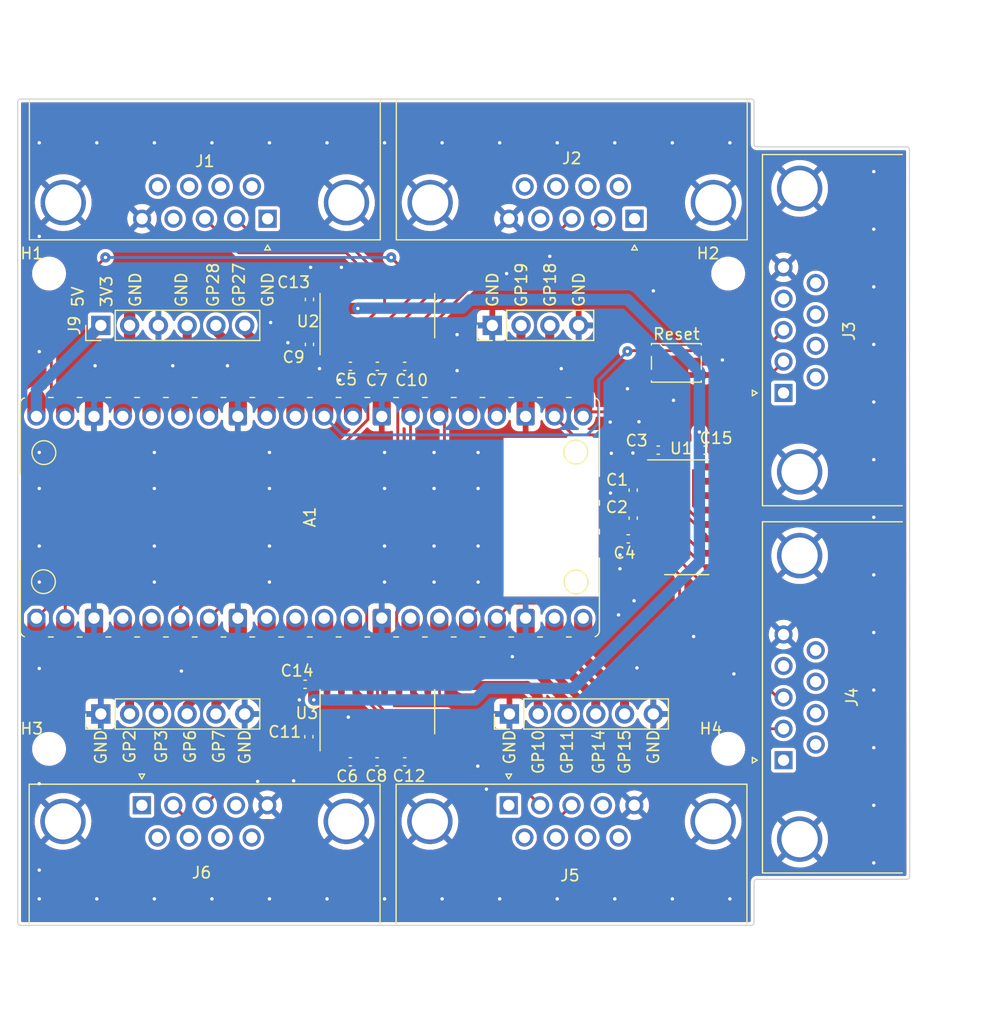
<source format=kicad_pcb>
(kicad_pcb (version 20211014) (generator pcbnew)
  (layers (0 "F.Cu" signal) (31 "B.Cu" signal) (34 "B.Paste" user) (35 "F.Paste" user) (36 "B.SilkS" user "B.Silkscreen") (37 "F.SilkS" user "F.Silkscreen") (38 "B.Mask" user) (39 "F.Mask" user) (44 "Edge.Cuts" user))
  (net 0 "")
  (net 1 "UART0_TX")
  (net 2 "UART0_RX")
  (net 3 "GND")
  (net 4 "GPIO2")
  (net 5 "GPIO3")
  (net 6 "UART1_TX")
  (net 7 "UART1_RX")
  (net 8 "GPIO6")
  (net 9 "GPIO7")
  (net 10 "UART2_TX")
  (net 11 "UART2_RX")
  (net 12 "GPIO10")
  (net 13 "GPIO11")
  (net 14 "UART3_TX")
  (net 15 "UART3_RX")
  (net 16 "UART4_TX")
  (net 17 "UART4_RX")
  (net 18 "GPIO18")
  (net 19 "GPIO19")
  (net 20 "UART5_TX")
  (net 21 "UART5_RX")
  (net 23 "GPIO26")
  (net 24 "GPIO27")
  (net 25 "GPIO28")
  (net 28 "+3V3")
  (net 29 "+5V")
  (net 30 "Net-(C1-Pad1)")
  (net 31 "Net-(C1-Pad2)")
  (net 32 "Net-(C2-Pad1)")
  (net 33 "Net-(C2-Pad2)")
  (net 34 "Net-(C3-Pad1)")
  (net 35 "Net-(C4-Pad1)")
  (net 36 "Net-(C5-Pad1)")
  (net 37 "Net-(C5-Pad2)")
  (net 38 "Net-(C6-Pad1)")
  (net 39 "Net-(C6-Pad2)")
  (net 40 "Net-(C7-Pad1)")
  (net 41 "Net-(C7-Pad2)")
  (net 42 "Net-(C8-Pad1)")
  (net 43 "Net-(C8-Pad2)")
  (net 44 "Net-(C9-Pad1)")
  (net 45 "Net-(C10-Pad1)")
  (net 46 "Net-(C11-Pad1)")
  (net 47 "Net-(C12-Pad1)")
  (net 49 "RS232_0_RX")
  (net 50 "RS232_0_TX")
  (net 57 "RS232_1_RX")
  (net 58 "RS232_1_TX")
  (net 65 "RS232_2_RX")
  (net 66 "RS232_2_TX")
  (net 73 "RS232_3_RX")
  (net 74 "RS232_3_TX")
  (net 81 "RS232_4_RX")
  (net 82 "RS232_4_TX")
  (net 89 "RS232_5_RX")
  (net 90 "RS232_5_TX")
  (net 96 "GPIO14")
  (net 97 "GPIO15")
  (net 99 "/Reset")
  (footprint "Connector_Dsub:DSUB-9_Male_Horizontal_P2.77x2.84mm_EdgePinOffset7.70mm_Housed_MountingHolesOffset9.12mm" (layer "F.Cu") (at 113.599069 92.6974 90)
    (fp_text reference "J4")
    (fp_text value "RS232_0")
  )
  (footprint "Package_SO:SOIC-16_3.9x9.9mm_P1.27mm" (layer "F.Cu") (at 77.7494 88.4174 90)
    (fp_text reference "U3")
    (fp_text value "MAX3232CDR")
  )
  (footprint "Connector_Dsub:DSUB-9_Male_Horizontal_P2.77x2.84mm_EdgePinOffset7.70mm_Housed_MountingHolesOffset9.12mm" (layer "F.Cu") (at 68.0594 44.947731 180)
    (fp_text reference "J1")
    (fp_text value "RS232_0")
  )
  (footprint "Button_Switch_SMD:SW_SPST_PTS810" (layer "F.Cu") (at 104.14 57.658)
    (fp_text reference "SW1" hide)
    (fp_text value "Reset")
  )
  (footprint "Capacitor_SMD:C_0402_1005Metric" (layer "F.Cu") (at 71.755 56.0324 -90)
    (fp_text reference "C9")
    (fp_text value "100nF" hide)
  )
  (footprint "Package_SO:SOIC-16_3.9x9.9mm_P1.27mm" (layer "F.Cu") (at 77.7494 53.4924 90)
    (fp_text reference "U2")
    (fp_text value "MAX3232CDR")
  )
  (footprint "Capacitor_SMD:C_0402_1005Metric" (layer "F.Cu") (at 77.7494 57.9628)
    (fp_text reference "C7")
    (fp_text value "100nF" hide)
  )
  (footprint "Capacitor_SMD:C_0402_1005Metric" (layer "F.Cu") (at 99.8982 73.1774 180)
    (fp_text reference "C4")
    (fp_text value "100nF" hide)
  )
  (footprint "Connector_PinHeader_2.54mm:PinHeader_1x06_P2.54mm_Vertical" (layer "F.Cu") (at 53.34 88.6206 90)
    (fp_text reference "J7" hide)
    (fp_text value "Conn_01x06_Male" hide)
  )
  (footprint "Capacitor_SMD:C_0402_1005Metric" (layer "F.Cu") (at 100.33 68.8848 -90)
    (fp_text reference "C1")
    (fp_text value "100nF" hide)
  )
  (footprint "Capacitor_SMD:C_0402_1005Metric" (layer "F.Cu") (at 80.165 57.9628)
    (fp_text reference "C10")
    (fp_text value "100nF" hide)
  )
  (footprint "Connector_Dsub:DSUB-9_Male_Horizontal_P2.77x2.84mm_EdgePinOffset7.70mm_Housed_MountingHolesOffset9.12mm" (layer "F.Cu") (at 56.9594 96.6724)
    (fp_text reference "J6")
    (fp_text value "RS232_0")
  )
  (footprint "Connector_PinHeader_2.54mm:PinHeader_1x04_P2.54mm_Vertical" (layer "F.Cu") (at 87.894 54.356 90)
    (fp_text reference "J10" hide)
    (fp_text value "Conn_01x04_Male" hide)
  )
  (footprint "MountingHole:MountingHole_2.2mm_M2" (layer "F.Cu") (at 48.768 49.784)
    (fp_text reference "H1")
    (fp_text value "MountingHole_2.2mm_M2" hide)
  )
  (footprint "Capacitor_SMD:C_0402_1005Metric" (layer "F.Cu") (at 75.3618 92.837)
    (fp_text reference "C6")
    (fp_text value "100nF" hide)
  )
  (footprint "Capacitor_SMD:C_0402_1005Metric" (layer "F.Cu") (at 71.755 52.07 90)
    (fp_text reference "C13")
    (fp_text value "100nF" hide)
  )
  (footprint "Connector_PinHeader_2.54mm:PinHeader_1x06_P2.54mm_Vertical" (layer "F.Cu") (at 89.408 88.6206 90)
    (fp_text reference "J8" hide)
    (fp_text value "Conn_01x06_Male" hide)
  )
  (footprint "Capacitor_SMD:C_0402_1005Metric" (layer "F.Cu") (at 106.68 65.3582)
    (fp_text reference "C15")
    (fp_text value "100nF" hide)
  )
  (footprint "Capacitor_SMD:C_0402_1005Metric" (layer "F.Cu") (at 71.7042 90.6272 -90)
    (fp_text reference "C11")
    (fp_text value "100nF" hide)
  )
  (footprint "Capacitor_SMD:C_0402_1005Metric" (layer "F.Cu") (at 71.374 86.0044 180)
    (fp_text reference "C14")
    (fp_text value "100nF" hide)
  )
  (footprint "Capacitor_SMD:C_0402_1005Metric" (layer "F.Cu") (at 75.3618 57.9628)
    (fp_text reference "C5")
    (fp_text value "100nF" hide)
  )
  (footprint "Capacitor_SMD:C_0402_1005Metric" (layer "F.Cu") (at 77.724 92.837)
    (fp_text reference "C8")
    (fp_text value "100nF" hide)
  )
  (footprint "Connector_PinHeader_2.54mm:PinHeader_1x06_P2.54mm_Vertical" (layer "F.Cu") (at 53.34 54.356 90)
    (fp_text reference "J9")
    (fp_text value "Conn_01x06_Male" hide)
  )
  (footprint "Capacitor_SMD:C_0402_1005Metric" (layer "F.Cu") (at 80.1624 92.837)
    (fp_text reference "C12")
    (fp_text value "100nF" hide)
  )
  (footprint "Raspberry_Pi_Pico:Raspberry_Pi_Pico_SMT_THT" (layer "F.Cu") (at 47.6544 80.1624 90)
    (fp_text reference "A1")
    (fp_text value "RaspberryPi-Pico")
  )
  (footprint "Connector_Dsub:DSUB-9_Male_Horizontal_P2.77x2.84mm_EdgePinOffset7.70mm_Housed_MountingHolesOffset9.12mm" (layer "F.Cu") (at 113.599069 60.3124 90)
    (fp_text reference "J3")
    (fp_text value "RS232_0")
  )
  (footprint "Connector_Dsub:DSUB-9_Male_Horizontal_P2.77x2.84mm_EdgePinOffset7.70mm_Housed_MountingHolesOffset9.12mm" (layer "F.Cu") (at 89.3444 96.6724)
    (fp_text reference "J5")
    (fp_text value "RS232_0")
  )
  (footprint "Capacitor_SMD:C_0402_1005Metric" (layer "F.Cu") (at 102.5398 65.3542 180)
    (fp_text reference "C3")
    (fp_text value "100nF" hide)
  )
  (footprint "MountingHole:MountingHole_2.2mm_M2" (layer "F.Cu") (at 48.768 91.694)
    (fp_text reference "H3")
    (fp_text value "MountingHole_2.2mm_M2" hide)
  )
  (footprint "Package_SO:SOIC-16_3.9x9.9mm_P1.27mm" (layer "F.Cu") (at 105.0544 71.2724)
    (fp_text reference "U1")
    (fp_text value "MAX3232CDR")
  )
  (footprint "MountingHole:MountingHole_2.2mm_M2" (layer "F.Cu") (at 108.712 91.694)
    (fp_text reference "H4")
    (fp_text value "MountingHole_2.2mm_M2" hide)
  )
  (footprint "Capacitor_SMD:C_0402_1005Metric" (layer "F.Cu") (at 100.33 71.3486 -90)
    (fp_text reference "C2")
    (fp_text value "100nF" hide)
  )
  (footprint "Connector_Dsub:DSUB-9_Male_Horizontal_P2.77x2.84mm_EdgePinOffset7.70mm_Housed_MountingHolesOffset9.12mm" (layer "F.Cu") (at 100.4444 44.947731 180)
    (fp_text reference "J2")
    (fp_text value "RS232_0")
  )
  (footprint "MountingHole:MountingHole_2.2mm_M2" (layer "F.Cu") (at 108.712 49.784)
    (fp_text reference "H2")
    (fp_text value "MountingHole_2.2mm_M2" hide)
  )
  (gr_line (start 46.255205 34.393405) (end 110.744 34.393405) (layer "Edge.Cuts") (width 0.1))
  (gr_line (start 110.998 34.647405) (end 110.998 38.354) (layer "Edge.Cuts") (width 0.1))
  (gr_arc (start 110.998 107.0102) (mid 110.923605 107.189805) (end 110.744 107.2642) (layer "Edge.Cuts") (width 0.1))
  (gr_arc (start 46.001205 34.647405) (mid 46.0756 34.4678) (end 46.255205 34.393405) (layer "Edge.Cuts") (width 0.1))
  (gr_arc (start 111.252 38.608) (mid 111.072393 38.533607) (end 110.998 38.354) (layer "Edge.Cuts") (width 0.1))
  (gr_line (start 124.4854 103.198395) (end 111.252006 103.198395) (layer "Edge.Cuts") (width 0.1))
  (gr_line (start 110.744 107.2642) (end 46.255205 107.262395) (layer "Edge.Cuts") (width 0.1))
  (gr_line (start 111.252 38.608) (end 124.46 38.608) (layer "Edge.Cuts") (width 0.1))
  (gr_line (start 46.001205 107.008395) (end 46.001205 34.647405) (layer "Edge.Cuts") (width 0.1))
  (gr_arc (start 110.998006 103.452395) (mid 111.072399 103.272788) (end 111.252006 103.198395) (layer "Edge.Cuts") (width 0.1))
  (gr_line (start 124.714 38.862) (end 124.7394 102.944395) (layer "Edge.Cuts") (width 0.1))
  (gr_arc (start 124.7394 102.944395) (mid 124.665005 103.124) (end 124.4854 103.198395) (layer "Edge.Cuts") (width 0.1))
  (gr_line (start 110.998 107.0102) (end 110.998006 103.452395) (layer "Edge.Cuts") (width 0.1))
  (gr_arc (start 110.744 34.393405) (mid 110.923607 34.467798) (end 110.998 34.647405) (layer "Edge.Cuts") (width 0.1))
  (gr_arc (start 124.46 38.608) (mid 124.639607 38.682393) (end 124.714 38.862) (layer "Edge.Cuts") (width 0.1))
  (gr_arc (start 46.255205 107.262395) (mid 46.0756 107.188) (end 46.001205 107.008395) (layer "Edge.Cuts") (width 0.1))
  (gr_text "GP18" (at 92.994 52.832 90) (layer "F.SilkS") (effects (font (size 1 1)) (justify left)))
  (gr_text "GND" (at 53.34 89.916 90) (layer "F.SilkS") (effects (font (size 1 1)) (justify right)))
  (gr_text "GP11" (at 94.488 89.916 90) (layer "F.SilkS") (effects (font (size 1 1)) (justify right)))
  (gr_text "GND" (at 95.534 52.832 90) (layer "F.SilkS") (effects (font (size 1 1)) (justify left)))
  (gr_text "GND" (at 102.108 89.916 90) (layer "F.SilkS") (effects (font (size 1 1)) (justify right)))
  (gr_text "GND" (at 87.914 52.832 90) (layer "F.SilkS") (effects (font (size 1 1)) (justify left)))
  (gr_text "3V3\n" (at 53.848 52.832 90) (layer "F.SilkS") (effects (font (size 1 1)) (justify left)))
  (gr_text "GP3" (at 58.674 89.916 90) (layer "F.SilkS") (effects (font (size 1 1)) (justify right)))
  (gr_text "GP28" (at 63.246 52.832 90) (layer "F.SilkS") (effects (font (size 1 1)) (justify left)))
  (gr_text "GND" (at 68.072 52.832 90) (layer "F.SilkS") (effects (font (size 1 1)) (justify left)))
  (gr_text "GP27" (at 65.532 52.832 90) (layer "F.SilkS") (effects (font (size 1 1)) (justify left)))
  (gr_text "GP2" (at 55.88 89.916 90) (layer "F.SilkS") (effects (font (size 1 1)) (justify right)))
  (gr_text "GND" (at 89.408 89.916 90) (layer "F.SilkS") (effects (font (size 1 1)) (justify right)))
  (gr_text "GP7" (at 63.754 89.916 90) (layer "F.SilkS") (effects (font (size 1 1)) (justify right)))
  (gr_text "GP10" (at 91.948 89.916 90) (layer "F.SilkS") (effects (font (size 1 1)) (justify right)))
  (gr_text "GP6" (at 61.214 89.916 90) (layer "F.SilkS") (effects (font (size 1 1)) (justify right)))
  (gr_text "GP14" (at 97.282 89.916 90) (layer "F.SilkS") (effects (font (size 1 1)) (justify right)))
  (gr_text "GP19" (at 90.454 52.832 90) (layer "F.SilkS") (effects (font (size 1 1)) (justify left)))
  (gr_text "GP15" (at 99.568 89.916 90) (layer "F.SilkS") (effects (font (size 1 1)) (justify right)))
  (gr_text "GND" (at 66.04 89.916 90) (layer "F.SilkS") (effects (font (size 1 1)) (justify right)))
  (gr_text "GND" (at 60.452 52.832 90) (layer "F.SilkS") (effects (font (size 1 1)) (justify left)))
  (gr_text "5V" (at 51.308 52.832 90) (layer "F.SilkS") (effects (font (size 1 1)) (justify left)))
  (gr_text "GND" (at 56.388 52.832 90) (layer "F.SilkS") (effects (font (size 1 1)) (justify left)))
  (segment (start 79.6544 49.0474) (end 79.6544 51.0174) (width 0.25) (layer "F.Cu") (net 1))
  (segment (start 78.9686 48.3616) (end 79.6544 49.0474) (width 0.25) (layer "F.Cu") (net 1))
  (segment (start 48.9694 78.8474) (end 47.6544 80.1624) (width 0.25) (layer "F.Cu") (net 1))
  (segment (start 53.7464 48.3616) (end 48.9694 53.1386) (width 0.25) (layer "F.Cu") (net 1))
  (segment (start 48.9694 53.1386) (end 48.9694 78.8474) (width 0.25) (layer "F.Cu") (net 1))
  (via (at 53.7464 48.3616) (size 0.9) (drill 0.3) (layers "F.Cu" "B.Cu") (net 1))
  (via (at 78.9686 48.3616) (size 0.9) (drill 0.3) (layers "F.Cu" "B.Cu") (net 1))
  (segment (start 78.9686 48.3616) (end 53.7464 48.3616) (width 0.25) (layer "B.Cu") (net 1))
  (segment (start 71.02 55.166828) (end 72.219428 53.9674) (width 0.25) (layer "F.Cu") (net 2))
  (segment (start 71.882 58.674) (end 71.02 57.812) (width 0.25) (layer "F.Cu") (net 2))
  (segment (start 71.02 57.812) (end 71.02 55.166828) (width 0.25) (layer "F.Cu") (net 2))
  (segment (start 63.246 72.136) (end 71.882 63.5) (width 0.25) (layer "F.Cu") (net 2))
  (segment (start 50.1944 79.0916) (end 57.15 72.136) (width 0.25) (layer "F.Cu") (net 2))
  (segment (start 57.15 72.136) (end 63.246 72.136) (width 0.25) (layer "F.Cu") (net 2))
  (segment (start 76.831253 53.9674) (end 78.3844 52.414253) (width 0.25) (layer "F.Cu") (net 2))
  (segment (start 78.3844 52.414253) (end 78.3844 51.7398) (width 0.25) (layer "F.Cu") (net 2))
  (segment (start 72.219428 53.9674) (end 76.831253 53.9674) (width 0.25) (layer "F.Cu") (net 2))
  (segment (start 71.882 63.5) (end 71.882 58.674) (width 0.25) (layer "F.Cu") (net 2))
  (segment (start 50.1944 80.1624) (end 50.1944 79.0916) (width 0.25) (layer "F.Cu") (net 2))
  (via (at 47.9044 73.8124) (size 0.9) (drill 0.3) (layers "F.Cu" "B.Cu") (net 3))
  (via (at 60.452 84.836) (size 0.9) (drill 0.3) (layers "F.Cu" "B.Cu") (net 3))
  (via (at 67.183 94.5642) (size 0.9) (drill 0.3) (layers "F.Cu" "B.Cu") (net 3))
  (via (at 52.832 57.912) (size 0.9) (drill 0.3) (layers "F.Cu" "B.Cu") (net 3))
  (via (at 121.5644 91.5924) (size 0.9) (drill 0.3) (layers "F.Cu" "B.Cu") (net 3))
  (via (at 63.1444 38.2524) (size 0.9) (drill 0.3) (layers "F.Cu" "B.Cu") (net 3))
  (via (at 58.0644 73.8124) (size 0.9) (drill 0.3) (layers "F.Cu" "B.Cu") (net 3))
  (via (at 78.3844 68.7324) (size 0.9) (drill 0.3) (layers "F.Cu" "B.Cu") (net 3))
  (via (at 121.5644 56.0324) (size 0.9) (drill 0.3) (layers "F.Cu" "B.Cu") (net 3))
  (via (at 84.7852 58.3438) (size 0.9) (drill 0.3) (layers "F.Cu" "B.Cu") (net 3))
  (via (at 47.9044 46.5074) (size 0.9) (drill 0.3) (layers "F.Cu" "B.Cu") (net 3))
  (via (at 83.4644 104.9274) (size 0.9) (drill 0.3) (layers "F.Cu" "B.Cu") (net 3))
  (via (at 93.98 58.166) (size 0.9) (drill 0.3) (layers "F.Cu" "B.Cu") (net 3))
  (via (at 86.6394 68.7324) (size 0.9) (drill 0.3) (layers "F.Cu" "B.Cu") (net 3))
  (via (at 92.964 48.26) (size 0.9) (drill 0.3) (layers "F.Cu" "B.Cu") (net 3))
  (via (at 47.9044 38.2524) (size 0.9) (drill 0.3) (layers "F.Cu" "B.Cu") (net 3))
  (via (at 68.2244 68.7324) (size 0.9) (drill 0.3) (layers "F.Cu" "B.Cu") (net 3))
  (via (at 88.5444 38.2524) (size 0.9) (drill 0.3) (layers "F.Cu" "B.Cu") (net 3))
  (via (at 93.6244 104.9274) (size 0.9) (drill 0.3) (layers "F.Cu" "B.Cu") (net 3))
  (via (at 47.9044 65.5574) (size 0.9) (drill 0.3) (layers "F.Cu" "B.Cu") (net 3))
  (via (at 121.5644 76.3524) (size 0.9) (drill 0.3) (layers "F.Cu" "B.Cu") (net 3))
  (via (at 105.664 81.788) (size 0.9) (drill 0.3) (layers "F.Cu" "B.Cu") (net 3))
  (via (at 82.7532 76.9874) (size 0.9) (drill 0.3) (layers "F.Cu" "B.Cu") (net 3))
  (via (at 71.8566 49.2361) (size 0.9) (drill 0.3) (layers "F.Cu" "B.Cu") (net 3))
  (via (at 121.5644 101.7524) (size 0.9) (drill 0.3) (layers "F.Cu" "B.Cu") (net 3))
  (via (at 102.108 51.308) (size 0.9) (drill 0.3) (layers "F.Cu" "B.Cu") (net 3))
  (via (at 98.7044 104.9274) (size 0.9) (drill 0.3) (layers "F.Cu" "B.Cu") (net 3))
  (via (at 73.3044 38.2524) (size 0.9) (drill 0.3) (layers "F.Cu" "B.Cu") (net 3))
  (via (at 58.0644 104.9274) (size 0.9) (drill 0.3) (layers "F.Cu" "B.Cu") (net 3))
  (via (at 121.5644 86.5124) (size 0.9) (drill 0.3) (layers "F.Cu" "B.Cu") (net 3))
  (via (at 100.3046 65.6082) (size 0.9) (drill 0.3) (layers "F.Cu" "B.Cu") (net 3))
  (via (at 47.9044 68.7324) (size 0.9) (drill 0.3) (layers "F.Cu" "B.Cu") (net 3))
  (via (at 68.2244 65.5574) (size 0.9) (drill 0.3) (layers "F.Cu" "B.Cu") (net 3))
  (via (at 98.3234 69.1388) (size 0.9) (drill 0.3) (layers "F.Cu" "B.Cu") (net 3))
  (via (at 88.5444 104.9274) (size 0.9) (drill 0.3) (layers "F.Cu" "B.Cu") (net 3))
  (via (at 89.662 83.566) (size 0.9) (drill 0.3) (layers "F.Cu" "B.Cu") (net 3))
  (via (at 93.6244 38.2524) (size 0.9) (drill 0.3) (layers "F.Cu" "B.Cu") (net 3))
  (via (at 103.7844 104.9274) (size 0.9) (drill 0.3) (layers "F.Cu" "B.Cu") (net 3))
  (via (at 58.0644 65.5574) (size 0.9) (drill 0.3) (layers "F.Cu" "B.Cu") (net 3))
  (via (at 78.3844 76.9874) (size 0.9) (drill 0.3) (layers "F.Cu" "B.Cu") (net 3))
  (via (at 72.644 58.166) (size 0.9) (drill 0.3) (layers "F.Cu" "B.Cu") (net 3))
  (via (at 99.0346 79.883) (size 0.9) (drill 0.3) (layers "F.Cu" "B.Cu") (net 3))
  (via (at 84.7852 55.1688) (size 0.9) (drill 0.3) (layers "F.Cu" "B.Cu") (net 3))
  (via (at 99.1616 74.5998) (size 0.9) (drill 0.3) (layers "F.Cu" "B.Cu") (net 3))
  (via (at 100.838 62.8505) (size 0.9) (drill 0.3) (layers "F.Cu" "B.Cu") (net 3))
  (via (at 121.5644 66.1924) (size 0.9) (drill 0.3) (layers "F.Cu" "B.Cu") (net 3))
  (via (at 68.326 54.102) (size 0.9) (drill 0.3) (layers "F.Cu" "B.Cu") (net 3))
  (via (at 86.6394 73.8124) (size 0.9) (drill 0.3) (layers "F.Cu" "B.Cu") (net 3))
  (via (at 100.4062 78.6384) (size 0.9) (drill 0.3) (layers "F.Cu" "B.Cu") (net 3))
  (via (at 47.9044 56.6674) (size 0.9) (drill 0.3) (layers "F.Cu" "B.Cu") (net 3))
  (via (at 68.2244 76.9874) (size 0.9) (drill 0.3) (layers "F.Cu" "B.Cu") (net 3))
  (via (at 73.3044 104.9274) (size 0.9) (drill 0.3) (layers "F.Cu" "B.Cu") (net 3))
  (via (at 68.2244 104.9274) (size 0.9) (drill 0.3) (layers "F.Cu" "B.Cu") (net 3))
  (via (at 121.5644 71.2724) (size 0.9) (drill 0.3) (layers "F.Cu" "B.Cu") (net 3))
  (via (at 82.7532 65.5574) (size 0.9) (drill 0.3) (layers "F.Cu" "B.Cu") (net 3))
  (via (at 59.69 57.912) (size 0.9) (drill 0.3) (layers "F.Cu" "B.Cu") (net 3))
  (via (at 121.5644 96.6724) (size 0.9) (drill 0.3) (layers "F.Cu" "B.Cu") (net 3))
  (via (at 98.3996 65.6336) (size 0.9) (drill 0.3) (layers "F.Cu" "B.Cu") (net 3))
  (via (at 75.184 88.9) (size 0.9) (drill 0.3) (layers "F.Cu" "B.Cu") (net 3))
  (via (at 47.9044 94.7674) (size 0.9) (drill 0.3) (layers "F.Cu" "B.Cu") (net 3))
  (via (at 100.6602 84.5566) (size 0.9) (drill 0.3) (layers "F.Cu" "B.Cu") (net 3))
  (via (at 74.422 59.182) (size 0.9) (drill 0.3) (layers "F.Cu" "B.Cu") (net 3))
  (via (at 121.5644 40.7924) (size 0.9) (drill 0.3) (layers "F.Cu" "B.Cu") (net 3))
  (via (at 86.6394 65.5574) (size 0.9) (drill 0.3) (layers "F.Cu" "B.Cu") (net 3))
  (via (at 108.8644 38.2524) (size 0.9) (drill 0.3) (layers "F.Cu" "B.Cu") (net 3))
  (via (at 52.9844 104.9274) (size 0.9) (drill 0.3) (layers "F.Cu" "B.Cu") (net 3))
  (via (at 108.8644 104.9274) (size 0.9) (drill 0.3) (layers "F.Cu" "B.Cu") (net 3))
  (via (at 121.5644 45.8724) (size 0.9) (drill 0.3) (layers "F.Cu" "B.Cu") (net 3))
  (via (at 78.3844 73.8124) (size 0.9) (drill 0.3) (layers "F.Cu" "B.Cu") (net 3))
  (via (at 108.204 57.404) (size 0.9) (drill 0.3) (layers "F.Cu" "B.Cu") (net 3))
  (via (at 47.9044 76.9874) (size 0.9) (drill 0.3) (layers "F.Cu" "B.Cu") (net 3))
  (via (at 58.0644 76.9874) (size 0.9) (drill 0.3) (layers "F.Cu" "B.Cu") (net 3))
  (via (at 52.9844 38.2524) (size 0.9) (drill 0.3) (layers "F.Cu" "B.Cu") (net 3))
  (via (at 109.22 85.09) (size 0.9) (drill 0.3) (layers "F.Cu" "B.Cu") (net 3))
  (via (at 58.0644 38.2524) (size 0.9) (drill 0.3) (layers "F.Cu" "B.Cu") (net 3))
  (via (at 99.1616 75.819) (size 0.9) (drill 0.3) (layers "F.Cu" "B.Cu") (net 3))
  (via (at 99.822 59.944) (size 0.9) (drill 0.3) (layers "F.Cu" "B.Cu") (net 3))
  (via (at 47.9044 102.3874) (size 0.9) (drill 0.3) (layers "F.Cu" "B.Cu") (net 3))
  (via (at 86.614 93.218) (size 0.9) (drill 0.3) (layers "F.Cu" "B.Cu") (net 3))
  (via (at 47.9044 104.9274) (size 0.9) (drill 0.3) (layers "F.Cu" "B.Cu") (net 3))
  (via (at 121.5644 81.4324) (size 0.9) (drill 0.3) (layers "F.Cu" "B.Cu") (net 3))
  (via (at 58.0644 68.7324) (size 0.9) (drill 0.3) (layers "F.Cu" "B.Cu") (net 3))
  (via (at 74.5744 49.2361) (size 0.9) (drill 0.3) (layers "F.Cu" "B.Cu") (net 3))
  (via (at 121.5644 50.9524) (size 0.9) (drill 0.3) (layers "F.Cu" "B.Cu") (net 3))
  (via (at 82.7532 68.7324) (size 0.9) (drill 0.3) (layers "F.Cu" "B.Cu") (net 3))
  (via (at 98.298 62.8795) (size 0.9) (drill 0.3) (layers "F.Cu" "B.Cu") (net 3))
  (via (at 121.5644 61.1124) (size 0.9) (drill 0.3) (layers "F.Cu" "B.Cu") (net 3))
  (via (at 78.3844 65.5574) (size 0.9) (drill 0.3) (layers "F.Cu" "B.Cu") (net 3))
  (via (at 68.2244 73.8124) (size 0.9) (drill 0.3) (layers "F.Cu" "B.Cu") (net 3))
  (via (at 86.6394 76.9874) (size 0.9) (drill 0.3) (layers "F.Cu" "B.Cu") (net 3))
  (via (at 103.7844 38.2524) (size 0.9) (drill 0.3) (layers "F.Cu" "B.Cu") (net 3))
  (via (at 47.9044 84.6074) (size 0.9) (drill 0.3) (layers "F.Cu" "B.Cu") (net 3))
  (via (at 70.358 94.5134) (size 0.9) (drill 0.3) (layers "F.Cu" "B.Cu") (net 3))
  (via (at 78.3844 38.2524) (size 0.9) (drill 0.3) (layers "F.Cu" "B.Cu") (net 3))
  (via (at 83.4644 38.2524) (size 0.9) (drill 0.3) (layers "F.Cu" "B.Cu") (net 3))
  (via (at 78.3844 104.9274) (size 0.9) (drill 0.3) (layers "F.Cu" "B.Cu") (net 3))
  (via (at 82.7532 73.8124) (size 0.9) (drill 0.3) (layers "F.Cu" "B.Cu") (net 3))
  (via (at 64.516 57.912) (size 0.9) (drill 0.3) (layers "F.Cu" "B.Cu") (net 3))
  (via (at 69.85 55.88) (size 0.9) (drill 0.3) (layers "F.Cu" "B.Cu") (net 3))
  (via (at 87.376 95.25) (size 0.9) (drill 0.3) (layers "F.Cu" "B.Cu") (net 3))
  (via (at 68.2244 38.2524) (size 0.9) (drill 0.3) (layers "F.Cu" "B.Cu") (net 3))
  (via (at 89.154 49.784) (size 0.9) (drill 0.3) (layers "F.Cu" "B.Cu") (net 3))
  (via (at 98.7044 38.2524) (size 0.9) (drill 0.3) (layers "F.Cu" "B.Cu") (net 3))
  (via (at 70.866 87.376) (size 0.9) (drill 0.3) (layers "F.Cu" "B.Cu") (net 3))
  (via (at 63.1444 104.9274) (size 0.9) (drill 0.3) (layers "F.Cu" "B.Cu") (net 3))
  (via (at 103.886 60.96) (size 0.9) (drill 0.3) (layers "F.Cu" "B.Cu") (net 3))
  (segment (start 55.2744 84.7384) (end 55.88 85.344) (width 0.8) (layer "F.Cu") (net 4))
  (segment (start 55.2744 81.7624) (end 55.2744 84.7384) (width 0.8) (layer "F.Cu") (net 4))
  (segment (start 55.88 85.344) (end 55.88 88.6206) (width 0.8) (layer "F.Cu") (net 4))
  (segment (start 57.8144 81.7624) (end 57.8144 84.582) (width 0.8) (layer "F.Cu") (net 5))
  (segment (start 57.8144 84.582) (end 58.42 85.1876) (width 0.8) (layer "F.Cu") (net 5))
  (segment (start 58.42 85.1876) (end 58.42 88.6206) (width 0.8) (layer "F.Cu") (net 5))
  (segment (start 76.9094 62.658391) (end 76.9094 59.9204) (width 0.25) (layer "F.Cu") (net 6))
  (segment (start 77.129849 54.3052) (end 78.2828 54.3052) (width 0.25) (layer "F.Cu") (net 6))
  (segment (start 78.2828 54.3052) (end 80.9244 51.6636) (width 0.25) (layer "F.Cu") (net 6))
  (segment (start 76.9094 59.9204) (end 76.4894 59.5004) (width 0.25) (layer "F.Cu") (net 6))
  (segment (start 60.3544 79.213391) (end 76.9094 62.658391) (width 0.25) (layer "F.Cu") (net 6))
  (segment (start 76.4894 59.5004) (end 76.4894 54.945649) (width 0.25) (layer "F.Cu") (net 6))
  (segment (start 60.3544 80.1624) (end 60.3544 79.213391) (width 0.25) (layer "F.Cu") (net 6))
  (segment (start 76.4894 54.945649) (end 77.129849 54.3052) (width 0.25) (layer "F.Cu") (net 6))
  (segment (start 62.8944 80.1624) (end 67.5934 75.4634) (width 0.25) (layer "F.Cu") (net 7))
  (segment (start 67.5934 75.4634) (end 69.977 75.4634) (width 0.25) (layer "F.Cu") (net 7))
  (segment (start 79.5494 59.4326) (end 79.0294 58.9126) (width 0.25) (layer "F.Cu") (net 7))
  (segment (start 69.977 75.4634) (end 79.5494 65.891) (width 0.25) (layer "F.Cu") (net 7))
  (segment (start 79.0294 54.9302) (end 82.1944 51.7652) (width 0.25) (layer "F.Cu") (net 7))
  (segment (start 79.0294 58.9126) (end 79.0294 54.9302) (width 0.25) (layer "F.Cu") (net 7))
  (segment (start 79.5494 65.891) (end 79.5494 59.4326) (width 0.25) (layer "F.Cu") (net 7))
  (segment (start 60.96 87.884) (end 60.96 88.6206) (width 0.8) (layer "F.Cu") (net 8))
  (segment (start 64.008 84.836) (end 60.96 87.884) (width 0.8) (layer "F.Cu") (net 8))
  (segment (start 67.9744 83.1556) (end 66.294 84.836) (width 0.8) (layer "F.Cu") (net 8))
  (segment (start 66.294 84.836) (end 64.008 84.836) (width 0.8) (layer "F.Cu") (net 8))
  (segment (start 67.9744 82.1396) (end 67.9744 83.1556) (width 0.8) (layer "F.Cu") (net 8))
  (segment (start 67.734 85.936) (end 65.200234 85.936) (width 0.8) (layer "F.Cu") (net 9))
  (segment (start 63.5 87.636234) (end 63.5 88.6206) (width 0.8) (layer "F.Cu") (net 9))
  (segment (start 70.5144 83.1556) (end 67.734 85.936) (width 0.8) (layer "F.Cu") (net 9))
  (segment (start 70.5144 81.8856) (end 70.5144 83.1556) (width 0.8) (layer "F.Cu") (net 9))
  (segment (start 65.200234 85.936) (end 63.5 87.636234) (width 0.8) (layer "F.Cu") (net 9))
  (segment (start 103.124 64.008) (end 104.5794 65.4634) (width 0.25) (layer "F.Cu") (net 10))
  (segment (start 104.5794 65.4634) (end 104.5794 70.6704) (width 0.25) (layer "F.Cu") (net 10))
  (segment (start 104.5794 70.6704) (end 106.7816 72.8726) (width 0.25) (layer "F.Cu") (net 10))
  (segment (start 95 64.008) (end 103.124 64.008) (width 0.25) (layer "F.Cu") (net 10))
  (segment (start 93.3744 62.3824) (end 95 64.008) (width 0.25) (layer "F.Cu") (net 10))
  (segment (start 96.3208 61.976) (end 102.0826 61.976) (width 0.25) (layer "F.Cu") (net 11))
  (segment (start 105.093 70.4982) (end 106.5022 71.9074) (width 0.25) (layer "F.Cu") (net 11))
  (segment (start 102.0826 61.976) (end 105.093 64.9864) (width 0.25) (layer "F.Cu") (net 11))
  (segment (start 106.5022 71.9074) (end 107.5294 71.9074) (width 0.25) (layer "F.Cu") (net 11))
  (segment (start 105.093 64.9864) (end 105.093 70.4982) (width 0.25) (layer "F.Cu") (net 11))
  (segment (start 80.973326 81.7624) (end 85.316926 86.106) (width 0.8) (layer "F.Cu") (net 12))
  (segment (start 85.316926 86.106) (end 90.958 86.106) (width 0.8) (layer "F.Cu") (net 12))
  (segment (start 90.958 86.106) (end 91.948 87.096) (width 0.8) (layer "F.Cu") (net 12))
  (segment (start 91.948 87.096) (end 91.948 89.0772) (width 0.8) (layer "F.Cu") (net 12))
  (segment (start 86.288 84.836) (end 91.694 84.836) (width 0.8) (layer "F.Cu") (net 13))
  (segment (start 94.488 87.63) (end 94.488 87.884) (width 0.8) (layer "F.Cu") (net 13))
  (segment (start 83.2144 81.7624) (end 86.288 84.836) (width 0.8) (layer "F.Cu") (net 13))
  (segment (start 91.694 84.836) (end 94.488 87.63) (width 0.8) (layer "F.Cu") (net 13))
  (segment (start 107.5294 74.4474) (end 106.4514 74.4474) (width 0.25) (layer "F.Cu") (net 14))
  (segment (start 104.5364 72.5324) (end 101.557649 72.5324) (width 0.25) (layer "F.Cu") (net 14))
  (segment (start 97.917 78.105) (end 97.6246 78.3974) (width 0.25) (layer "F.Cu") (net 14))
  (segment (start 101.542249 72.517) (end 99.949 72.517) (width 0.25) (layer "F.Cu") (net 14))
  (segment (start 99.949 72.517) (end 99.5934 72.1614) (width 0.25) (layer "F.Cu") (net 14))
  (segment (start 98.3234 72.1614) (end 97.917 72.5678) (width 0.25) (layer "F.Cu") (net 14))
  (segment (start 106.4514 74.4474) (end 104.5364 72.5324) (width 0.25) (layer "F.Cu") (net 14))
  (segment (start 99.5934 72.1614) (end 98.3234 72.1614) (width 0.25) (layer "F.Cu") (net 14))
  (segment (start 97.917 72.5678) (end 97.917 78.105) (width 0.25) (layer "F.Cu") (net 14))
  (segment (start 87.5194 78.3974) (end 85.7544 80.1624) (width 0.25) (layer "F.Cu") (net 14))
  (segment (start 97.6246 78.3974) (end 87.5194 78.3974) (width 0.25) (layer "F.Cu") (net 14))
  (segment (start 101.557649 72.5324) (end 101.542249 72.517) (width 0.25) (layer "F.Cu") (net 14))
  (segment (start 97.810996 78.8474) (end 100.3554 76.302996) (width 0.25) (layer "F.Cu") (net 15))
  (segment (start 100.3554 76.302996) (end 100.3554 75.004649) (width 0.25) (layer "F.Cu") (net 15))
  (segment (start 104.775698 73.813098) (end 106.553 75.5904) (width 0.25) (layer "F.Cu") (net 15))
  (segment (start 101.546951 73.813098) (end 104.775698 73.813098) (width 0.25) (layer "F.Cu") (net 15))
  (segment (start 88.2944 80.1624) (end 89.6094 78.8474) (width 0.25) (layer "F.Cu") (net 15))
  (segment (start 100.3554 75.004649) (end 101.546951 73.813098) (width 0.25) (layer "F.Cu") (net 15))
  (segment (start 89.6094 78.8474) (end 97.810996 78.8474) (width 0.25) (layer "F.Cu") (net 15))
  (segment (start 73.0544 82.019151) (end 73.0544 83.1636) (width 0.25) (layer "F.Cu") (net 16))
  (segment (start 79.1464 87.4014) (end 79.6544 86.8934) (width 0.25) (layer "F.Cu") (net 16))
  (segment (start 77.7594 86.964151) (end 78.196649 87.4014) (width 0.25) (layer "F.Cu") (net 16))
  (segment (start 76.813076 83.947) (end 77.7594 84.893324) (width 0.25) (layer "F.Cu") (net 16))
  (segment (start 78.196649 87.4014) (end 79.1464 87.4014) (width 0.25) (layer "F.Cu") (net 16))
  (segment (start 73.0544 83.1636) (end 73.8378 83.947) (width 0.25) (layer "F.Cu") (net 16))
  (segment (start 79.6544 86.8934) (end 79.6544 85.9424) (width 0.25) (layer "F.Cu") (net 16))
  (segment (start 73.8378 83.947) (end 76.813076 83.947) (width 0.25) (layer "F.Cu") (net 16))
  (segment (start 77.7594 84.893324) (end 77.7594 86.964151) (width 0.25) (layer "F.Cu") (net 16))
  (segment (start 76.258 83.497) (end 75.5944 82.8334) (width 0.25) (layer "F.Cu") (net 17))
  (segment (start 76.999472 83.497) (end 76.258 83.497) (width 0.25) (layer "F.Cu") (net 17))
  (segment (start 78.3844 85.9424) (end 78.3844 84.881928) (width 0.25) (layer "F.Cu") (net 17))
  (segment (start 75.5944 82.8334) (end 75.5944 81.7666) (width 0.25) (layer "F.Cu") (net 17))
  (segment (start 78.3844 84.881928) (end 76.999472 83.497) (width 0.25) (layer "F.Cu") (net 17))
  (segment (start 92.964 55.626) (end 92.964 54.483) (width 0.8) (layer "F.Cu") (net 18))
  (segment (start 88.2944 60.2956) (end 92.964 55.626) (width 0.8) (layer "F.Cu") (net 18))
  (segment (start 88.2944 60.7824) (end 88.2944 60.2956) (width 0.8) (layer "F.Cu") (net 18))
  (segment (start 90.424 54.483) (end 90.424 55.626) (width 0.8) (layer "F.Cu") (net 19))
  (segment (start 90.424 55.626) (end 85.7544 60.2956) (width 0.8) (layer "F.Cu") (net 19))
  (segment (start 85.7544 60.2956) (end 85.7544 60.7824) (width 0.8) (layer "F.Cu") (net 19))
  (segment (start 79.4494 82.6498) (end 80.264 83.4644) (width 0.25) (layer "F.Cu") (net 20))
  (segment (start 81.5086 83.4644) (end 83.2358 85.1916) (width 0.25) (layer "F.Cu") (net 20))
  (segment (start 83.6676 74.1426) (end 79.502 78.3082) (width 0.25) (layer "F.Cu") (net 20))
  (segment (start 79.4494 79.654988) (end 79.4494 82.6498) (width 0.25) (layer "F.Cu") (net 20))
  (segment (start 81.661 87.3252) (end 80.9244 86.5886) (width 0.25) (layer "F.Cu") (net 20))
  (segment (start 79.502 78.3082) (end 79.502 79.602388) (width 0.25) (layer "F.Cu") (net 20))
  (segment (start 79.502 79.602388) (end 79.4494 79.654988) (width 0.25) (layer "F.Cu") (net 20))
  (segment (start 82.9564 87.3252) (end 81.661 87.3252) (width 0.25) (layer "F.Cu") (net 20))
  (segment (start 83.2358 85.1916) (end 83.2358 87.0458) (width 0.25) (layer "F.Cu") (net 20))
  (segment (start 80.264 83.4644) (end 81.5086 83.4644) (width 0.25) (layer "F.Cu") (net 20))
  (segment (start 83.6676 62.8356) (end 83.6676 74.1426) (width 0.25) (layer "F.Cu") (net 20))
  (segment (start 83.2358 87.0458) (end 82.9564 87.3252) (width 0.25) (layer "F.Cu") (net 20))
  (segment (start 80.6744 73.3766) (end 76.8096 77.2414) (width 0.25) (layer "F.Cu") (net 21))
  (segment (start 78.235117 83.947) (end 80.899 83.947) (width 0.25) (layer "F.Cu") (net 21))
  (segment (start 80.899 83.947) (end 82.1944 85.2424) (width 0.25) (layer "F.Cu") (net 21))
  (segment (start 76.8096 82.521483) (end 78.235117 83.947) (width 0.25) (layer "F.Cu") (net 21))
  (segment (start 80.6744 62.3824) (end 80.6744 73.3766) (width 0.25) (layer "F.Cu") (net 21))
  (segment (start 76.8096 77.2414) (end 76.8096 82.521483) (width 0.25) (layer "F.Cu") (net 21))
  (segment (start 66.04 54.864) (end 66.04 54.356) (width 0.8) (layer "F.Cu") (net 23))
  (segment (start 70.5144 60.7824) (end 70.5144 59.3384) (width 0.8) (layer "F.Cu") (net 23))
  (segment (start 70.5144 59.3384) (end 66.04 54.864) (width 0.8) (layer "F.Cu") (net 23))
  (segment (start 67.9744 60.7824) (end 67.9744 59.3384) (width 0.8) (layer "F.Cu") (net 24))
  (segment (start 63.5 54.864) (end 63.5 54.356) (width 0.8) (layer "F.Cu") (net 24))
  (segment (start 67.9744 59.3384) (end 63.5 54.864) (width 0.8) (layer "F.Cu") (net 24))
  (segment (start 62.8944 60.7824) (end 62.8944 58.0684) (width 0.8) (layer "F.Cu") (net 25))
  (segment (start 62.8944 58.0684) (end 60.96 56.134) (width 0.8) (layer "F.Cu") (net 25))
  (segment (start 60.96 56.134) (end 60.96 54.356) (width 0.8) (layer "F.Cu") (net 25))
  (segment (start 73.3044 52.8574) (end 73.3044 51.0174) (width 0.6) (layer "F.Cu") (net 28))
  (segment (start 72.136 87.376) (end 72.136 85.9424) (width 1) (layer "F.Cu") (net 28))
  (segment (start 76.0222 52.8574) (end 73.3044 52.8574) (width 1) (layer "F.Cu") (net 28))
  (segment (start 55.88 57.404) (end 55.88 54.356) (width 1) (layer "F.Cu") (net 28))
  (segment (start 106.4514 66.8274) (end 107.5294 66.8274) (width 0.6) (layer "F.Cu") (net 28))
  (segment (start 69.723 52.324) (end 56.0324 52.324) (width 1) (layer "F.Cu") (net 28))
  (segment (start 72.136 85.9424) (end 73.3044 85.9424) (width 1) (layer "F.Cu") (net 28))
  (segment (start 106.172 66.548) (end 106.4514 66.8274) (width 0.6) (layer "F.Cu") (net 28))
  (segment (start 57.8144 59.3384) (end 55.88 57.404) (width 1) (layer "F.Cu") (net 28))
  (segment (start 106.172 66.548) (end 106.172 63.754) (width 0.8) (layer "F.Cu") (net 28))
  (segment (start 73.2948 52.8478) (end 70.2468 52.8478) (width 1) (layer "F.Cu") (net 28))
  (segment (start 55.88 52.4764) (end 56.0324 52.324) (width 1) (layer "F.Cu") (net 28))
  (segment (start 57.8144 60.7824) (end 57.8144 59.3384) (width 1) (layer "F.Cu") (net 28))
  (segment (start 55.88 54.356) (end 55.88 52.4764) (width 1) (layer "F.Cu") (net 28))
  (segment (start 73.3044 52.8574) (end 73.2948 52.8478) (width 1) (layer "F.Cu") (net 28))
  (segment (start 70.2468 52.8478) (end 69.723 52.324) (width 1) (layer "F.Cu") (net 28))
  (via (at 106.172 63.754) (size 0.9) (drill 0.3) (layers "F.Cu" "B.Cu") (net 28))
  (via (at 72.136 87.376) (size 0.9) (drill 0.3) (layers "F.Cu" "B.Cu") (net 28))
  (via (at 76.0222 52.8574) (size 0.9) (drill 0.3) (layers "F.Cu" "B.Cu") (net 28))
  (segment (start 87.376 86.36) (end 86.36 87.376) (width 1) (layer "B.Cu") (net 28))
  (segment (start 106.172 63.754) (end 106.172 75.2094) (width 1) (layer "B.Cu") (net 28))
  (segment (start 86.36 87.376) (end 72.136 87.376) (width 1) (layer "B.Cu") (net 28))
  (segment (start 106.172 63.754) (end 106.172 58.42) (width 1) (layer "B.Cu") (net 28))
  (segment (start 85.217 52.832) (end 76.0476 52.832) (width 1) (layer "B.Cu") (net 28))
  (segment (start 76.0476 52.832) (end 76.0222 52.8574) (width 1) (layer "B.Cu") (net 28))
  (segment (start 106.172 58.42) (end 99.822 52.07) (width 1) (layer "B.Cu") (net 28))
  (segment (start 95.0214 86.36) (end 87.376 86.36) (width 1) (layer "B.Cu") (net 28))
  (segment (start 85.9466 52.1024) (end 85.217 52.832) (width 1) (layer "B.Cu") (net 28))
  (segment (start 90.323146 52.07) (end 90.290746 52.1024) (width 1) (layer "B.Cu") (net 28))
  (segment (start 99.822 52.07) (end 90.323146 52.07) (width 1) (layer "B.Cu") (net 28))
  (segment (start 106.172 75.2094) (end 95.0214 86.36) (width 1) (layer "B.Cu") (net 28))
  (segment (start 90.290746 52.1024) (end 85.9466 52.1024) (width 1) (layer "B.Cu") (net 28))
  (segment (start 47.6544 60.0416) (end 53.34 54.356) (width 1) (layer "B.Cu") (net 29))
  (segment (start 47.6544 60.0416) (end 47.6544 62.3824) (width 1) (layer "B.Cu") (net 29))
  (segment (start 100.33 68.4048) (end 100.33 67.6402) (width 0.5) (layer "F.Cu") (net 30))
  (segment (start 101.1428 66.8274) (end 102.5794 66.8274) (width 0.5) (layer "F.Cu") (net 30))
  (segment (start 100.33 67.6402) (end 101.1428 66.8274) (width 0.5) (layer "F.Cu") (net 30))
  (segment (start 102.5794 69.3674) (end 100.3326 69.3674) (width 0.5) (layer "F.Cu") (net 31))
  (segment (start 100.5612 70.6374) (end 100.33 70.8686) (width 0.5) (layer "F.Cu") (net 32))
  (segment (start 102.5794 70.6374) (end 100.5612 70.6374) (width 0.5) (layer "F.Cu") (net 32))
  (segment (start 100.4088 71.9074) (end 100.33 71.8286) (width 0.5) (layer "F.Cu") (net 33))
  (segment (start 102.5794 71.9074) (end 100.4088 71.9074) (width 0.5) (layer "F.Cu") (net 33))
  (segment (start 103.132928 68.0974) (end 104.0044 67.225928) (width 0.5) (layer "F.Cu") (net 34))
  (segment (start 104.0044 67.225928) (end 104.0044 66.3388) (width 0.5) (layer "F.Cu") (net 34))
  (segment (start 104.0044 66.3388) (end 103.0198 65.3542) (width 0.5) (layer "F.Cu") (net 34))
  (segment (start 102.5794 73.1774) (end 100.358 73.1774) (width 0.5) (layer "F.Cu") (net 35))
  (segment (start 73.3044 57.2516) (end 73.3044 55.9674) (width 0.5) (layer "F.Cu") (net 36))
  (segment (start 73.9902 57.9374) (end 73.3044 57.2516) (width 0.5) (layer "F.Cu") (net 36))
  (segment (start 74.8818 57.9374) (end 73.9902 57.9374) (width 0.5) (layer "F.Cu") (net 36))
  (segment (start 75.8444 55.9674) (end 75.8444 57.9348) (width 0.5) (layer "F.Cu") (net 37))
  (segment (start 73.3044 92.3544) (end 73.3044 90.8924) (width 0.5) (layer "F.Cu") (net 38))
  (segment (start 74.8818 92.837) (end 73.787 92.837) (width 0.5) (layer "F.Cu") (net 38))
  (segment (start 73.787 92.837) (end 73.3044 92.3544) (width 0.5) (layer "F.Cu") (net 38))
  (segment (start 75.8444 90.8924) (end 75.8444 92.8344) (width 0.5) (layer "F.Cu") (net 39))
  (segment (start 77.1144 57.7824) (end 77.2694 57.9374) (width 0.5) (layer "F.Cu") (net 40))
  (segment (start 77.1144 55.9674) (end 77.1144 57.7824) (width 0.5) (layer "F.Cu") (net 40))
  (segment (start 78.3844 55.9674) (end 78.3844 57.7824) (width 0.5) (layer "F.Cu") (net 41))
  (segment (start 78.3844 57.7824) (end 78.2294 57.9374) (width 0.5) (layer "F.Cu") (net 41))
  (segment (start 77.1144 92.7074) (end 77.244 92.837) (width 0.5) (layer "F.Cu") (net 42))
  (segment (start 77.1144 90.8924) (end 77.1144 92.7074) (width 0.5) (layer "F.Cu") (net 42))
  (segment (start 78.3844 92.6566) (end 78.204 92.837) (width 0.5) (layer "F.Cu") (net 43))
  (segment (start 78.3844 90.8924) (end 78.3844 92.6566) (width 0.5) (layer "F.Cu") (net 43))
  (segment (start 71.755 55.245) (end 71.755 55.5524) (width 0.5) (layer "F.Cu") (net 44))
  (segment (start 73.702928 54.5424) (end 72.4576 54.5424) (width 0.5) (layer "F.Cu") (net 44))
  (segment (start 74.5744 55.413872) (end 73.702928 54.5424) (width 0.5) (layer "F.Cu") (net 44))
  (segment (start 72.4576 54.5424) (end 71.755 55.245) (width 0.5) (layer "F.Cu") (net 44))
  (segment (start 79.6544 55.9674) (end 79.6544 57.9374) (width 0.5) (layer "F.Cu") (net 45))
  (segment (start 74.5744 90.338872) (end 73.702928 89.4674) (width 0.5) (layer "F.Cu") (net 46))
  (segment (start 73.702928 89.4674) (end 72.384 89.4674) (width 0.5) (layer "F.Cu") (net 46))
  (segment (start 72.384 89.4674) (end 71.7042 90.1472) (width 0.5) (layer "F.Cu") (net 46))
  (segment (start 79.6544 90.8924) (end 79.6544 92.809) (width 0.5) (layer "F.Cu") (net 47))
  (segment (start 74.7522 46.736) (end 67.077669 46.736) (width 0.25) (layer "F.Cu") (net 49))
  (segment (start 67.077669 46.736) (end 65.2894 44.947731) (width 0.25) (layer "F.Cu") (net 49))
  (segment (start 77.1144 51.0174) (end 77.1144 49.0982) (width 0.25) (layer "F.Cu") (net 49))
  (segment (start 77.1144 49.0982) (end 74.7522 46.736) (width 0.25) (layer "F.Cu") (net 49))
  (segment (start 65.526869 47.9552) (end 62.5194 44.947731) (width 0.25) (layer "F.Cu") (net 50))
  (segment (start 75.8444 50.443669) (end 75.8444 48.7934) (width 0.25) (layer "F.Cu") (net 50))
  (segment (start 75.8444 48.7934) (end 75.0062 47.9552) (width 0.25) (layer "F.Cu") (net 50))
  (segment (start 75.0062 47.9552) (end 65.526869 47.9552) (width 0.25) (layer "F.Cu") (net 50))
  (segment (start 86.1243 50.8) (end 91.822131 50.8) (width 0.25) (layer "F.Cu") (net 57))
  (segment (start 82.1944 55.9674) (end 82.1944 54.7299) (width 0.25) (layer "F.Cu") (net 57))
  (segment (start 82.1944 54.7299) (end 86.1243 50.8) (width 0.25) (layer "F.Cu") (net 57))
  (segment (start 91.822131 50.8) (end 97.6744 44.947731) (width 0.25) (layer "F.Cu") (net 57))
  (segment (start 86.9188 48.768) (end 91.084131 48.768) (width 0.25) (layer "F.Cu") (net 58))
  (segment (start 80.9244 55.9674) (end 80.9244 54.7624) (width 0.25) (layer "F.Cu") (net 58))
  (segment (start 91.084131 48.768) (end 94.9044 44.947731) (width 0.25) (layer "F.Cu") (net 58))
  (segment (start 80.9244 54.7624) (end 86.9188 48.768) (width 0.25) (layer "F.Cu") (net 58))
  (segment (start 111.4044 59.737069) (end 113.599069 57.5424) (width 0.25) (layer "F.Cu") (net 65))
  (segment (start 108.8644 70.6374) (end 111.4044 68.0974) (width 0.25) (layer "F.Cu") (net 65))
  (segment (start 107.5294 70.6374) (end 108.8644 70.6374) (width 0.25) (layer "F.Cu") (net 65))
  (segment (start 111.4044 68.0974) (end 111.4044 59.737069) (width 0.25) (layer "F.Cu") (net 65))
  (segment (start 108.8644 69.3674) (end 110.7694 67.4624) (width 0.25) (layer "F.Cu") (net 66))
  (segment (start 107.5294 69.3674) (end 108.8644 69.3674) (width 0.25) (layer "F.Cu") (net 66))
  (segment (start 110.7694 67.4624) (end 110.7694 57.602069) (width 0.25) (layer "F.Cu") (net 66))
  (segment (start 110.7694 57.602069) (end 113.599069 54.7724) (width 0.25) (layer "F.Cu") (net 66))
  (segment (start 112.2794 89.9274) (end 113.599069 89.9274) (width 0.25) (layer "F.Cu") (net 73))
  (segment (start 104.4194 82.0674) (end 112.2794 89.9274) (width 0.25) (layer "F.Cu") (net 73))
  (segment (start 104.4194 76.3524) (end 104.4194 82.0674) (width 0.25) (layer "F.Cu") (net 73))
  (segment (start 103.7844 75.7174) (end 104.4194 76.3524) (width 0.25) (layer "F.Cu") (net 73))
  (segment (start 102.5794 75.7174) (end 103.7844 75.7174) (width 0.25) (layer "F.Cu") (net 73))
  (segment (start 102.5794 74.4474) (end 103.7844 74.4474) (width 0.25) (layer "F.Cu") (net 74))
  (segment (start 103.7844 74.4474) (end 106.3244 76.9874) (width 0.25) (layer "F.Cu") (net 74))
  (segment (start 106.3244 76.9874) (end 106.3244 80.4164) (width 0.25) (layer "F.Cu") (net 74))
  (segment (start 106.3244 80.4164) (end 113.0654 87.1574) (width 0.25) (layer "F.Cu") (net 74))
  (segment (start 77.1144 87.0966) (end 78.4678 88.45) (width 0.25) (layer "F.Cu") (net 81))
  (segment (start 83.892 88.45) (end 92.1144 96.6724) (width 0.25) (layer "F.Cu") (net 81))
  (segment (start 78.4678 88.45) (end 83.892 88.45) (width 0.25) (layer "F.Cu") (net 81))
  (segment (start 77.1144 85.9424) (end 77.1144 87.0966) (width 0.25) (layer "F.Cu") (net 81))
  (segment (start 88.1888 98.0694) (end 93.4874 98.0694) (width 0.25) (layer "F.Cu") (net 82))
  (segment (start 78.281404 88.9) (end 82.8548 88.9) (width 0.25) (layer "F.Cu") (net 82))
  (segment (start 85.2678 95.1484) (end 88.1888 98.0694) (width 0.25) (layer "F.Cu") (net 82))
  (segment (start 82.8548 88.9) (end 85.2678 91.313) (width 0.25) (layer "F.Cu") (net 82))
  (segment (start 93.4874 98.0694) (end 94.8844 96.6724) (width 0.25) (layer "F.Cu") (net 82))
  (segment (start 85.2678 91.313) (end 85.2678 95.1484) (width 0.25) (layer "F.Cu") (net 82))
  (segment (start 75.8444 86.462996) (end 78.281404 88.9) (width 0.25) (layer "F.Cu") (net 82))
  (segment (start 80.4926 95.25) (end 71.779009 95.25) (width 0.25) (layer "F.Cu") (net 89))
  (segment (start 71.779009 95.25) (end 69.010409 98.0186) (width 0.25) (layer "F.Cu") (net 89))
  (segment (start 61.0756 98.0186) (end 59.7294 96.6724) (width 0.25) (layer "F.Cu") (net 89))
  (segment (start 69.010409 98.0186) (end 61.0756 98.0186) (width 0.25) (layer "F.Cu") (net 89))
  (segment (start 82.1944 93.5482) (end 80.4926 95.25) (width 0.25) (layer "F.Cu") (net 89))
  (segment (start 82.1944 90.8924) (end 82.1944 93.5482) (width 0.25) (layer "F.Cu") (net 89))
  (segment (start 79.0294 89.779) (end 79.0294 93.3422) (width 0.25) (layer "F.Cu") (net 90))
  (segment (start 79.0294 93.3422) (end 78.8996 93.472) (width 0.25) (layer "F.Cu") (net 90))
  (segment (start 78.8996 93.472) (end 65.6998 93.472) (width 0.25) (layer "F.Cu") (net 90))
  (segment (start 80.9244 90.1954) (end 80.1878 89.4588) (width 0.25) (layer "F.Cu") (net 90))
  (segment (start 65.6998 93.472) (end 62.4994 96.6724) (width 0.25) (layer "F.Cu") (net 90))
  (segment (start 79.3496 89.4588) (end 79.0294 89.779) (width 0.25) (layer "F.Cu") (net 90))
  (segment (start 80.1878 89.4588) (end 79.3496 89.4588) (width 0.25) (layer "F.Cu") (net 90))
  (segment (start 93.3744 81.7624) (end 93.3744 83.6462) (width 0.8) (layer "F.Cu") (net 96))
  (segment (start 97.028 87.2998) (end 97.028 88.6206) (width 0.8) (layer "F.Cu") (net 96))
  (segment (start 93.3744 83.6462) (end 97.028 87.2998) (width 0.8) (layer "F.Cu") (net 96))
  (segment (start 95.9144 81.7624) (end 95.9144 83.57) (width 0.8) (layer "F.Cu") (net 97))
  (segment (start 95.9144 83.57) (end 99.568 87.2236) (width 0.8) (layer "F.Cu") (net 97))
  (segment (start 99.568 87.2236) (end 99.568 88.6206) (width 0.8) (layer "F.Cu") (net 97))
  (segment (start 106.215 56.583) (end 102.065 56.583) (width 0.25) (layer "F.Cu") (net 99))
  (segment (start 99.881 56.583) (end 99.822 56.642) (width 0.25) (layer "F.Cu") (net 99))
  (segment (start 102.065 56.583) (end 99.881 56.583) (width 0.25) (layer "F.Cu") (net 99))
  (via (at 99.822 56.642) (size 0.9) (drill 0.3) (layers "F.Cu" "B.Cu") (net 99))
  (segment (start 97.282 62.992) (end 96.266 64.008) (width 0.25) (layer "B.Cu") (net 99))
  (segment (start 96.266 64.008) (end 74.68 64.008) (width 0.25) (layer "B.Cu") (net 99))
  (segment (start 97.282 59.182) (end 97.282 62.992) (width 0.25) (layer "B.Cu") (net 99))
  (segment (start 74.68 64.008) (end 73.0544 62.3824) (width 0.25) (layer "B.Cu") (net 99))
  (segment (start 99.822 56.642) (end 97.282 59.182) (width 0.25) (layer "B.Cu") (net 99))
  (zone (net 3) (net_name "GND") (layers F&B.Cu) (name "GND") (connect_pads (clearance 0.2)) (min_thickness 0.2) (fill yes (thermal_gap 0.508) (thermal_bridge_width 0.508) (smoothing fillet) (radius 2))
    (polygon (pts (xy 124.7394 107.2642) (xy 45.9994 107.2642) (xy 45.9994 34.4424) (xy 124.7394 34.4424)))
  )
)
</source>
